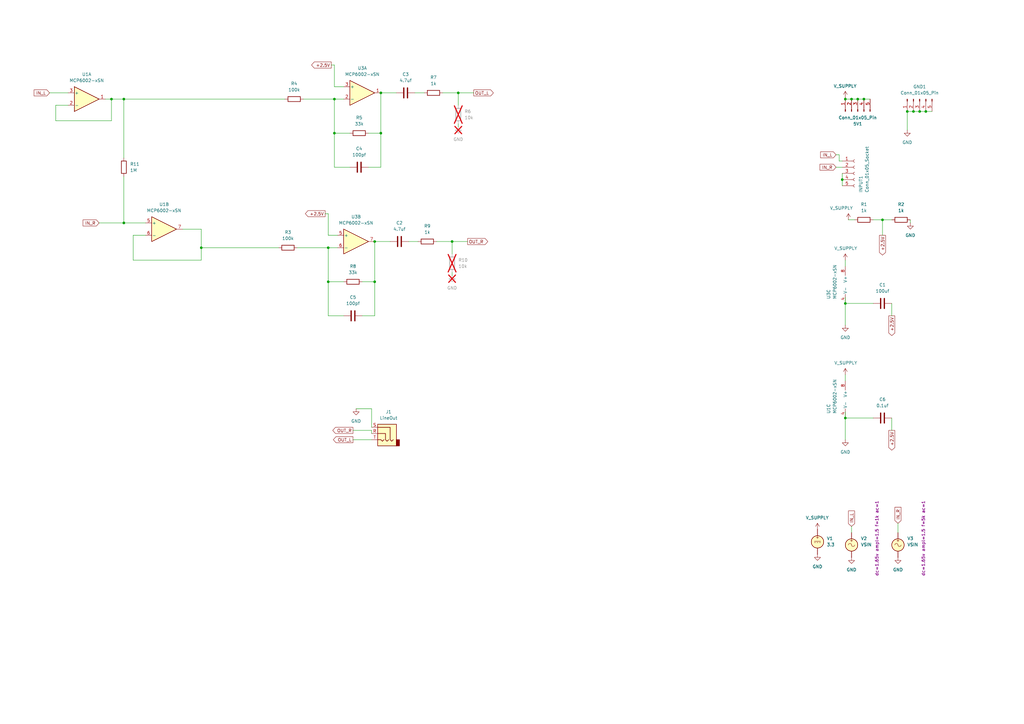
<source format=kicad_sch>
(kicad_sch (version 20231120) (generator "eeschema") (generator_version "8.0")
  (paper "A3")
  (lib_symbols
    (symbol "Amplifier_Operational:MCP6002-xSN" (pin_names (offset 0.127))
      (property "Reference" "U" (at 0 5.08 0))
      (property "Value" "MCP6002-xSN" (at 0 -5.08 0))
      (symbol "MCP6002-xSN_1_1"
        (polyline (pts (xy -5.08 5.08) (xy 5.08 0) (xy -5.08 -5.08) (xy -5.08 5.08)) (stroke (width 0.254)) (fill (type background)))
        (pin output line (at 7.62 0 180) (length 2.54) (name "~") (number "1"))
        (pin input line (at -7.62 -2.54 0) (length 2.54) (name "-") (number "2"))
        (pin input line (at -7.62 2.54 0) (length 2.54) (name "+") (number "3"))
      )
      (symbol "MCP6002-xSN_2_1"
        (polyline (pts (xy -5.08 5.08) (xy 5.08 0) (xy -5.08 -5.08) (xy -5.08 5.08)) (stroke (width 0.254)) (fill (type background)))
        (pin input line (at -7.62 2.54 0) (length 2.54) (name "+") (number "5"))
        (pin input line (at -7.62 -2.54 0) (length 2.54) (name "-") (number "6"))
        (pin output line (at 7.62 0 180) (length 2.54) (name "~") (number "7"))
      )
      (symbol "MCP6002-xSN_3_1"
        (pin power_in line (at -2.54 -7.62 90) (length 3.81) (name "V-") (number "4"))
        (pin power_in line (at -2.54 7.62 270) (length 3.81) (name "V+") (number "8"))
      )
    )
    (symbol "Connector:Conn_01x05_Pin" (pin_names (offset 1.016) hide)
      (property "Reference" "J" (at 0 7.62 0))
      (property "Value" "Conn_01x05_Pin" (at 0 -7.62 0))
      (symbol "Conn_01x05_Pin_1_1"
        (polyline (pts (xy 1.27 -5.08) (xy 0.8636 -5.08)) (stroke (width 0.1524)))
        (polyline (pts (xy 1.27 -2.54) (xy 0.8636 -2.54)) (stroke (width 0.1524)))
        (polyline (pts (xy 1.27 0) (xy 0.8636 0)) (stroke (width 0.1524)))
        (polyline (pts (xy 1.27 2.54) (xy 0.8636 2.54)) (stroke (width 0.1524)))
        (polyline (pts (xy 1.27 5.08) (xy 0.8636 5.08)) (stroke (width 0.1524)))
        (rectangle (start 0.8636 -4.953) (end 0 -5.207) (stroke (width 0.1524)) (fill (type outline)))
        (rectangle (start 0.8636 -2.413) (end 0 -2.667) (stroke (width 0.1524)) (fill (type outline)))
        (rectangle (start 0.8636 0.127) (end 0 -0.127) (stroke (width 0.1524)) (fill (type outline)))
        (rectangle (start 0.8636 2.667) (end 0 2.413) (stroke (width 0.1524)) (fill (type outline)))
        (rectangle (start 0.8636 5.207) (end 0 4.953) (stroke (width 0.1524)) (fill (type outline)))
        (pin passive line (at 5.08 5.08 180) (length 3.81) (name "Pin_1") (number "1"))
        (pin passive line (at 5.08 2.54 180) (length 3.81) (name "Pin_2") (number "2"))
        (pin passive line (at 5.08 0 180) (length 3.81) (name "Pin_3") (number "3"))
        (pin passive line (at 5.08 -2.54 180) (length 3.81) (name "Pin_4") (number "4"))
        (pin passive line (at 5.08 -5.08 180) (length 3.81) (name "Pin_5") (number "5"))
      )
    )
    (symbol "Connector:Conn_01x05_Socket" (pin_names (offset 1.016) hide)
      (property "Reference" "J" (at 0 7.62 0))
      (property "Value" "Conn_01x05_Socket" (at 0 -7.62 0))
      (symbol "Conn_01x05_Socket_1_1"
        (arc (start 0 -4.572) (mid -0.5058 -5.08) (end 0 -5.588) (stroke (width 0.1524)))
        (arc (start 0 -2.032) (mid -0.5058 -2.54) (end 0 -3.048) (stroke (width 0.1524)))
        (polyline (pts (xy -1.27 -5.08) (xy -0.508 -5.08)) (stroke (width 0.1524)))
        (polyline (pts (xy -1.27 -2.54) (xy -0.508 -2.54)) (stroke (width 0.1524)))
        (polyline (pts (xy -1.27 0) (xy -0.508 0)) (stroke (width 0.1524)))
        (polyline (pts (xy -1.27 2.54) (xy -0.508 2.54)) (stroke (width 0.1524)))
        (polyline (pts (xy -1.27 5.08) (xy -0.508 5.08)) (stroke (width 0.1524)))
        (arc (start 0 0.508) (mid -0.5058 0) (end 0 -0.508) (stroke (width 0.1524)))
        (arc (start 0 3.048) (mid -0.5058 2.54) (end 0 2.032) (stroke (width 0.1524)))
        (arc (start 0 5.588) (mid -0.5058 5.08) (end 0 4.572) (stroke (width 0.1524)))
        (pin passive line (at -5.08 5.08 0) (length 3.81) (name "Pin_1") (number "1"))
        (pin passive line (at -5.08 2.54 0) (length 3.81) (name "Pin_2") (number "2"))
        (pin passive line (at -5.08 0 0) (length 3.81) (name "Pin_3") (number "3"))
        (pin passive line (at -5.08 -2.54 0) (length 3.81) (name "Pin_4") (number "4"))
        (pin passive line (at -5.08 -5.08 0) (length 3.81) (name "Pin_5") (number "5"))
      )
    )
    (symbol "Connector_Audio:AudioJack3"
      (property "Reference" "J" (at 0 8.89 0))
      (property "Value" "AudioJack3" (at 0 6.35 0))
      (symbol "AudioJack3_0_1"
        (rectangle (start -5.08 -5.08) (end -6.35 -2.54) (stroke (width 0.254)) (fill (type outline)))
        (polyline (pts (xy 0 -2.54) (xy 0.635 -3.175) (xy 1.27 -2.54) (xy 2.54 -2.54)) (stroke (width 0.254)))
        (polyline (pts (xy -1.905 -2.54) (xy -1.27 -3.175) (xy -0.635 -2.54) (xy -0.635 0) (xy 2.54 0)) (stroke (width 0.254)))
        (polyline (pts (xy 2.54 2.54) (xy -2.54 2.54) (xy -2.54 -2.54) (xy -3.175 -3.175) (xy -3.81 -2.54)) (stroke (width 0.254)))
        (rectangle (start 2.54 3.81) (end -5.08 -5.08) (stroke (width 0.254)) (fill (type background)))
      )
      (symbol "AudioJack3_1_1"
        (pin passive line (at 5.08 0 180) (length 2.54) (name "~") (number "R"))
        (pin passive line (at 5.08 2.54 180) (length 2.54) (name "~") (number "S"))
        (pin passive line (at 5.08 -2.54 180) (length 2.54) (name "~") (number "T"))
      )
    )
    (symbol "Device:C" (pin_numbers hide) (pin_names (offset 0.254))
      (property "Reference" "C" (at 0.635 2.54 0))
      (property "Value" "C" (at 0.635 -2.54 0))
      (symbol "C_0_1"
        (polyline (pts (xy -2.032 -0.762) (xy 2.032 -0.762)) (stroke (width 0.508)))
        (polyline (pts (xy -2.032 0.762) (xy 2.032 0.762)) (stroke (width 0.508)))
      )
      (symbol "C_1_1"
        (pin passive line (at 0 3.81 270) (length 2.794) (name "~") (number "1"))
        (pin passive line (at 0 -3.81 90) (length 2.794) (name "~") (number "2"))
      )
    )
    (symbol "Device:R" (pin_numbers hide) (pin_names (offset 0))
      (property "Reference" "R" (at 2.032 0 90))
      (property "Value" "R" (at 0 0 90))
      (symbol "R_0_1"
        (rectangle (start -1.016 -2.54) (end 1.016 2.54) (stroke (width 0.254)))
      )
      (symbol "R_1_1"
        (pin passive line (at 0 3.81 270) (length 1.27) (name "~") (number "1"))
        (pin passive line (at 0 -3.81 90) (length 1.27) (name "~") (number "2"))
      )
    )
    (symbol "Simulation_SPICE:VDC" (pin_numbers hide) (pin_names (offset 0.0254))
      (property "Reference" "V" (at 2.54 2.54 0))
      (property "Value" "1" (at 2.54 0 0))
      (symbol "VDC_0_0"
        (polyline (pts (xy -1.27 0.254) (xy 1.27 0.254)))
        (polyline (pts (xy -0.762 -0.254) (xy -1.27 -0.254)))
        (polyline (pts (xy 0.254 -0.254) (xy -0.254 -0.254)))
        (polyline (pts (xy 1.27 -0.254) (xy 0.762 -0.254)))
        (text "+" (at 0 1.905 0) (effects (font (size 1.27 1.27))))
      )
      (symbol "VDC_0_1"
        (circle (center 0 0) (radius 2.54) (stroke (width 0.254)) (fill (type background)))
      )
      (symbol "VDC_1_1"
        (pin passive line (at 0 5.08 270) (length 2.54) (name "~") (number "1"))
        (pin passive line (at 0 -5.08 90) (length 2.54) (name "~") (number "2"))
      )
    )
    (symbol "Simulation_SPICE:VSIN" (pin_numbers hide) (pin_names (offset 0.0254))
      (property "Reference" "V" (at 2.54 2.54 0))
      (property "Value" "VSIN" (at 2.54 0 0))
      (property "Sim.Params" "dc=0 ampl=1 f=1k ac=1" (at 2.54 -2.54 0))
      (symbol "VSIN_0_0"
        (arc (start 0 0) (mid -0.635 0.6323) (end -1.27 0))
        (arc (start 0 0) (mid 0.635 -0.6323) (end 1.27 0))
        (text "+" (at 0 1.905 0) (effects (font (size 1.27 1.27))))
      )
      (symbol "VSIN_0_1"
        (circle (center 0 0) (radius 2.54) (stroke (width 0.254)) (fill (type background)))
      )
      (symbol "VSIN_1_1"
        (pin passive line (at 0 5.08 270) (length 2.54) (name "~") (number "1"))
        (pin passive line (at 0 -5.08 90) (length 2.54) (name "~") (number "2"))
      )
    )
    (symbol "power:+5V" (power) (pin_numbers hide) (pin_names (offset 0) hide)
      (property "Value" "+5V" (at 0 3.556 0))
      (symbol "+5V_0_1"
        (polyline (pts (xy -0.762 1.27) (xy 0 2.54)))
        (polyline (pts (xy 0 0) (xy 0 2.54)))
        (polyline (pts (xy 0 2.54) (xy 0.762 1.27)))
      )
      (symbol "+5V_1_1"
        (pin power_in line (at 0 0 90) (length 0) (name "~") (number "1"))
      )
    )
    (symbol "power:GND" (power) (pin_numbers hide) (pin_names (offset 0) hide)
      (property "Value" "GND" (at 0 -3.81 0))
      (symbol "GND_0_1"
        (polyline (pts (xy 0 0) (xy 0 -1.27) (xy 1.27 -1.27) (xy 0 -2.54) (xy -1.27 -1.27) (xy 0 -1.27)))
      )
      (symbol "GND_1_1"
        (pin power_in line (at 0 0 270) (length 0) (name "~") (number "1"))
      )
    )
  )
  (junction (at 156.21 38.1))
  (junction (at 50.8 40.64))
  (junction (at 374.65 45.72))
  (junction (at 361.95 90.17))
  (junction (at 134.62 101.6))
  (junction (at 153.67 99.06))
  (junction (at 379.73 45.72))
  (junction (at 82.55 101.6))
  (junction (at 134.62 115.57))
  (junction (at 137.16 54.61))
  (junction (at 354.33 40.64))
  (junction (at 345.44 73.66))
  (junction (at 346.71 40.64))
  (junction (at 377.19 45.72))
  (junction (at 349.25 40.64))
  (junction (at 346.71 171.45))
  (junction (at 153.67 115.57))
  (junction (at 185.42 99.06))
  (junction (at 137.16 40.64))
  (junction (at 187.96 38.1))
  (junction (at 156.21 54.61))
  (junction (at 45.72 40.64))
  (junction (at 346.71 124.46))
  (junction (at 351.79 40.64))
  (junction (at 372.11 45.72))
  (junction (at 50.8 91.44))
  (wire (pts (xy 82.55 93.98) (xy 82.55 101.6)))
  (wire (pts (xy 185.42 113.03) (xy 185.42 111.76)))
  (wire (pts (xy 156.21 38.1) (xy 162.56 38.1)))
  (wire (pts (xy 346.71 171.45) (xy 346.71 168.91)))
  (wire (pts (xy 54.61 106.68) (xy 54.61 96.52)))
  (wire (pts (xy 50.8 40.64) (xy 116.84 40.64)))
  (wire (pts (xy 187.96 52.07) (xy 187.96 50.8)))
  (wire (pts (xy 50.8 40.64) (xy 50.8 64.77)))
  (wire (pts (xy 156.21 68.58) (xy 156.21 54.61)))
  (wire (pts (xy 345.44 71.12) (xy 345.44 73.66)))
  (wire (pts (xy 346.71 40.005) (xy 346.71 40.64)))
  (wire (pts (xy 346.71 40.64) (xy 346.71 41.275)))
  (wire (pts (xy 137.16 54.61) (xy 137.16 40.64)))
  (wire (pts (xy 347.98 90.17) (xy 350.52 90.17)))
  (wire (pts (xy 344.17 63.5) (xy 344.17 66.04)))
  (wire (pts (xy 134.62 87.63) (xy 134.62 96.52)))
  (wire (pts (xy 40.64 91.44) (xy 50.8 91.44)))
  (wire (pts (xy 156.21 38.1) (xy 156.21 54.61)))
  (wire (pts (xy 187.96 38.1) (xy 187.96 43.18)))
  (wire (pts (xy 152.4 176.53) (xy 152.4 177.8)))
  (wire (pts (xy 345.44 73.66) (xy 345.44 76.2)))
  (wire (pts (xy 134.62 115.57) (xy 134.62 129.54)))
  (wire (pts (xy 156.21 54.61) (xy 151.13 54.61)))
  (wire (pts (xy 153.67 99.06) (xy 160.02 99.06)))
  (wire (pts (xy 82.55 101.6) (xy 82.55 106.68)))
  (wire (pts (xy 74.93 93.98) (xy 82.55 93.98)))
  (wire (pts (xy 356.87 40.64) (xy 354.33 40.64)))
  (wire (pts (xy 148.59 129.54) (xy 153.67 129.54)))
  (wire (pts (xy 82.55 101.6) (xy 114.3 101.6)))
  (wire (pts (xy 187.96 38.1) (xy 194.31 38.1)))
  (wire (pts (xy 143.51 68.58) (xy 137.16 68.58)))
  (wire (pts (xy 358.14 90.17) (xy 361.95 90.17)))
  (wire (pts (xy 346.71 153.67) (xy 346.71 156.21)))
  (wire (pts (xy 342.9 63.5) (xy 344.17 63.5)))
  (wire (pts (xy 379.73 45.72) (xy 382.27 45.72)))
  (wire (pts (xy 137.16 54.61) (xy 137.16 68.58)))
  (wire (pts (xy 22.86 49.53) (xy 22.86 43.18)))
  (wire (pts (xy 137.16 26.67) (xy 137.16 35.56)))
  (wire (pts (xy 133.35 87.63) (xy 134.62 87.63)))
  (wire (pts (xy 342.9 68.58) (xy 345.44 68.58)))
  (wire (pts (xy 346.71 124.46) (xy 346.71 121.92)))
  (wire (pts (xy 54.61 96.52) (xy 59.69 96.52)))
  (wire (pts (xy 372.11 45.72) (xy 374.65 45.72)))
  (wire (pts (xy 167.64 99.06) (xy 171.45 99.06)))
  (wire (pts (xy 140.97 115.57) (xy 134.62 115.57)))
  (wire (pts (xy 185.42 99.06) (xy 191.77 99.06)))
  (wire (pts (xy 82.55 106.68) (xy 54.61 106.68)))
  (wire (pts (xy 152.4 167.64) (xy 146.05 167.64)))
  (wire (pts (xy 372.11 45.72) (xy 372.11 53.34)))
  (wire (pts (xy 50.8 72.39) (xy 50.8 91.44)))
  (wire (pts (xy 346.71 124.46) (xy 358.14 124.46)))
  (wire (pts (xy 153.67 99.06) (xy 153.67 115.57)))
  (wire (pts (xy 153.67 115.57) (xy 148.59 115.57)))
  (wire (pts (xy 346.71 180.34) (xy 346.71 171.45)))
  (wire (pts (xy 354.33 40.64) (xy 351.79 40.64)))
  (wire (pts (xy 144.78 180.34) (xy 152.4 180.34)))
  (wire (pts (xy 349.25 215.9) (xy 349.25 218.44)))
  (wire (pts (xy 170.18 38.1) (xy 173.99 38.1)))
  (wire (pts (xy 346.71 106.68) (xy 346.71 109.22)))
  (wire (pts (xy 377.19 45.72) (xy 379.73 45.72)))
  (wire (pts (xy 349.25 40.64) (xy 346.71 40.64)))
  (wire (pts (xy 361.95 90.17) (xy 365.76 90.17)))
  (wire (pts (xy 351.79 40.64) (xy 349.25 40.64)))
  (wire (pts (xy 45.72 49.53) (xy 22.86 49.53)))
  (wire (pts (xy 134.62 101.6) (xy 138.43 101.6)))
  (wire (pts (xy 124.46 40.64) (xy 137.16 40.64)))
  (wire (pts (xy 22.86 43.18) (xy 27.94 43.18)))
  (wire (pts (xy 134.62 96.52) (xy 138.43 96.52)))
  (wire (pts (xy 143.51 54.61) (xy 137.16 54.61)))
  (wire (pts (xy 45.72 40.64) (xy 50.8 40.64)))
  (wire (pts (xy 45.72 40.64) (xy 45.72 49.53)))
  (wire (pts (xy 144.78 176.53) (xy 152.4 176.53)))
  (wire (pts (xy 140.97 129.54) (xy 134.62 129.54)))
  (wire (pts (xy 181.61 38.1) (xy 187.96 38.1)))
  (wire (pts (xy 50.8 91.44) (xy 59.69 91.44)))
  (wire (pts (xy 185.42 99.06) (xy 185.42 104.14)))
  (wire (pts (xy 121.92 101.6) (xy 134.62 101.6)))
  (wire (pts (xy 368.3 214.63) (xy 368.3 218.44)))
  (wire (pts (xy 135.89 26.67) (xy 137.16 26.67)))
  (wire (pts (xy 346.71 171.45) (xy 358.14 171.45)))
  (wire (pts (xy 361.95 90.17) (xy 361.95 96.52)))
  (wire (pts (xy 179.07 99.06) (xy 185.42 99.06)))
  (wire (pts (xy 365.76 176.53) (xy 365.76 171.45)))
  (wire (pts (xy 373.38 91.44) (xy 373.38 90.17)))
  (wire (pts (xy 151.13 68.58) (xy 156.21 68.58)))
  (wire (pts (xy 137.16 40.64) (xy 140.97 40.64)))
  (wire (pts (xy 20.32 38.1) (xy 27.94 38.1)))
  (wire (pts (xy 43.18 40.64) (xy 45.72 40.64)))
  (wire (pts (xy 365.76 129.54) (xy 365.76 124.46)))
  (wire (pts (xy 346.71 133.35) (xy 346.71 124.46)))
  (wire (pts (xy 134.62 115.57) (xy 134.62 101.6)))
  (wire (pts (xy 152.4 175.26) (xy 152.4 167.64)))
  (wire (pts (xy 344.17 66.04) (xy 345.44 66.04)))
  (wire (pts (xy 137.16 35.56) (xy 140.97 35.56)))
  (wire (pts (xy 374.65 45.72) (xy 377.19 45.72)))
  (wire (pts (xy 153.67 129.54) (xy 153.67 115.57)))
  (global_label "+2.5V" (shape output) (at 135.89 26.67 180) (property "Intersheetrefs" "${INTERSHEET_REFS}" (effects (hide yes))))
  (global_label "OUT_R" (shape output) (at 191.77 99.06 0) (property "Intersheetrefs" "${INTERSHEET_REFS}" (effects (hide yes))))
  (global_label "OUT_L" (shape output) (at 194.31 38.1 0) (property "Intersheetrefs" "${INTERSHEET_REFS}" (effects (hide yes))))
  (global_label "IN_L" (shape input) (at 342.9 63.5 180) (property "Intersheetrefs" "${INTERSHEET_REFS}" (effects (hide yes))))
  (global_label "IN_L" (shape input) (at 20.32 38.1 180) (property "Intersheetrefs" "${INTERSHEET_REFS}" (effects (hide yes))))
  (global_label "+2.5V" (shape output) (at 365.76 129.54 270) (property "Intersheetrefs" "${INTERSHEET_REFS}" (effects (hide yes))))
  (global_label "IN_R" (shape input) (at 342.9 68.58 180) (property "Intersheetrefs" "${INTERSHEET_REFS}" (effects (hide yes))))
  (global_label "IN_R" (shape input) (at 40.64 91.44 180) (property "Intersheetrefs" "${INTERSHEET_REFS}" (effects (hide yes))))
  (global_label "+2.5V" (shape output) (at 133.35 87.63 180) (property "Intersheetrefs" "${INTERSHEET_REFS}" (effects (hide yes))))
  (global_label "IN_R" (shape input) (at 368.3 214.63 90) (property "Intersheetrefs" "${INTERSHEET_REFS}" (effects (hide yes))))
  (global_label "+2.5V" (shape output) (at 361.95 96.52 270) (property "Intersheetrefs" "${INTERSHEET_REFS}" (effects (hide yes))))
  (global_label "OUT_L" (shape output) (at 144.78 180.34 180) (property "Intersheetrefs" "${INTERSHEET_REFS}" (effects (hide yes))))
  (global_label "IN_L" (shape input) (at 349.25 215.9 90) (property "Intersheetrefs" "${INTERSHEET_REFS}" (effects (hide yes))))
  (global_label "+2.5V" (shape output) (at 365.76 176.53 270) (property "Intersheetrefs" "${INTERSHEET_REFS}" (effects (hide yes))))
  (global_label "OUT_R" (shape output) (at 144.78 176.53 180) (property "Intersheetrefs" "${INTERSHEET_REFS}" (effects (hide yes))))
  (symbol (lib_id "power:+5V") (at 347.98 90.17 0) (unit 1)
    (property "Reference" "#PWR02" (effects (hide yes)))
    (property "Value" "V_SUPPLY" (at 340.36 85.344 0) (effects (justify left)))
    (property "Description" "Power symbol creates a global label with name \"+5V\"" (effects (hide yes)))
  )
  (symbol (lib_id "Device:C") (at 163.83 99.06 90) (unit 1)
    (property "Reference" "C2" (at 163.83 91.44 90))
    (property "Value" "4.7uf" (at 163.83 93.98 90))
    (property "Footprint" "Capacitor_SMD:C_0603_1608Metric" (effects (hide yes)))
    (property "Description" "Unpolarized capacitor" (effects (hide yes)))
  )
  (symbol (lib_id "power:GND") (at 187.96 52.07 0) (unit 1) (on_board no) (dnp yes)
    (property "Reference" "#PWR011" (effects (hide yes)))
    (property "Value" "GND" (at 187.96 57.15 0))
    (property "Description" "Power symbol creates a global label with name \"GND\" , ground" (effects (hide yes)))
  )
  (symbol (lib_id "Connector:Conn_01x05_Pin") (at 351.79 45.72 90) (unit 1) (exclude_from_sim yes)
    (property "Reference" "5V1" (at 351.79 50.8 90))
    (property "Value" "Conn_01x05_Pin" (at 351.79 48.26 90))
    (property "Footprint" "Connector_PinHeader_2.54mm:PinHeader_1x05_P2.54mm_Vertical" (effects (hide yes)))
    (property "Description" "Generic connector, single row, 01x05, script generated" (effects (hide yes)))
  )
  (symbol (lib_id "Device:R") (at 50.8 68.58 0) (unit 1)
    (property "Reference" "R11" (at 53.34 67.3099 0) (effects (justify left)))
    (property "Value" "1M" (at 53.34 69.8499 0) (effects (justify left)))
    (property "Footprint" "Resistor_SMD:R_0402_1005Metric" (effects (hide yes)))
    (property "Description" "Resistor" (effects (hide yes)))
  )
  (symbol (lib_id "Device:R") (at 175.26 99.06 270) (unit 1)
    (property "Reference" "R9" (at 175.26 92.71 90))
    (property "Value" "1k" (at 175.26 95.25 90))
    (property "Footprint" "Resistor_SMD:R_0402_1005Metric" (effects (hide yes)))
    (property "Description" "Resistor" (effects (hide yes)))
  )
  (symbol (lib_id "Device:C") (at 166.37 38.1 90) (unit 1)
    (property "Reference" "C3" (at 166.37 30.48 90))
    (property "Value" "4.7uf" (at 166.37 33.02 90))
    (property "Footprint" "Capacitor_SMD:C_0603_1608Metric" (effects (hide yes)))
    (property "Description" "Unpolarized capacitor" (effects (hide yes)))
  )
  (symbol (lib_id "power:+5V") (at 346.71 40.005 0) (unit 1)
    (property "Reference" "#PWR01" (effects (hide yes)))
    (property "Value" "V_SUPPLY" (at 341.884 35.306 0) (effects (justify left)))
    (property "Description" "Power symbol creates a global label with name \"+5V\"" (effects (hide yes)))
  )
  (symbol (lib_id "Device:C") (at 361.95 171.45 90) (unit 1)
    (property "Reference" "C6" (at 361.95 163.83 90))
    (property "Value" "0.1uf" (at 361.95 166.37 90))
    (property "Footprint" "Capacitor_SMD:C_0402_1005Metric" (effects (hide yes)))
    (property "Description" "Unpolarized capacitor" (effects (hide yes)))
  )
  (symbol (lib_id "power:GND") (at 346.71 133.35 0) (unit 1)
    (property "Reference" "#PWR06" (effects (hide yes)))
    (property "Value" "GND" (at 346.71 138.43 0))
    (property "Description" "Power symbol creates a global label with name \"GND\" , ground" (effects (hide yes)))
  )
  (symbol (lib_id "power:GND") (at 372.11 53.34 0) (unit 1)
    (property "Reference" "#PWR05" (effects (hide yes)))
    (property "Value" "GND" (at 372.11 58.42 0))
    (property "Description" "Power symbol creates a global label with name \"GND\" , ground" (effects (hide yes)))
  )
  (symbol (lib_id "Amplifier_Operational:MCP6002-xSN") (at 148.59 38.1 0) (unit 1)
    (property "Reference" "U3" (at 148.59 27.94 0))
    (property "Value" "MCP6002-xSN" (at 148.59 30.48 0))
    (property "Footprint" "Package_SO:SOIC-8-1EP_3.9x4.9mm_P1.27mm_EP2.29x3mm" (effects (hide yes)))
    (property "Datasheet" "http://ww1.microchip.com/downloads/en/DeviceDoc/21733j.pdf" (effects (hide yes)))
    (property "Description" "1MHz, Low-Power Op Amp, SOIC-8" (effects (hide yes)))
    (property "Sim.Library" "${KICAD8_SYMBOL_DIR}/Simulation_SPICE.sp" (effects (hide yes)))
    (property "Sim.Name" "kicad_builtin_opamp_dual" (effects (hide yes)))
    (property "Sim.Device" "SUBCKT" (effects (hide yes)))
    (property "Sim.Pins" "1=out1 2=in1- 3=in1+ 4=vee 5=in2+ 6=in2- 7=out2 8=vcc" (effects (hide yes)))
  )
  (symbol (lib_id "Connector_Audio:AudioJack3") (at 157.48 177.8 0) (mirror y) (unit 1) (exclude_from_sim yes)
    (property "Reference" "J1" (at 159.385 168.91 0))
    (property "Value" "LineOut" (at 159.385 171.45 0))
    (property "Footprint" "BreadModular_AudioJacks:Jack_3.5mm_QingPu_WQP-PJ366ST_Vertical" (effects (hide yes)))
    (property "Description" "Audio Jack, 3 Poles (Stereo / TRS)" (effects (hide yes)))
  )
  (symbol (lib_id "Device:R") (at 144.78 115.57 270) (unit 1)
    (property "Reference" "R8" (at 144.78 109.22 90))
    (property "Value" "33k" (at 144.78 111.76 90))
    (property "Footprint" "Resistor_SMD:R_0402_1005Metric" (effects (hide yes)))
    (property "Description" "Resistor" (effects (hide yes)))
  )
  (symbol (lib_id "power:GND") (at 373.38 91.44 0) (unit 1)
    (property "Reference" "#PWR03" (effects (hide yes)))
    (property "Value" "GND" (at 373.38 96.52 0))
    (property "Description" "Power symbol creates a global label with name \"GND\" , ground" (effects (hide yes)))
  )
  (symbol (lib_id "Amplifier_Operational:MCP6002-xSN") (at 349.25 163.83 0) (unit 3)
    (property "Reference" "U1" (at 339.852 169.672 90) (effects (justify left)))
    (property "Value" "MCP6002-xSN" (at 342.392 169.672 90) (effects (justify left)))
    (property "Footprint" "Package_SO:SOIC-8-1EP_3.9x4.9mm_P1.27mm_EP2.29x3mm" (effects (hide yes)))
    (property "Datasheet" "http://ww1.microchip.com/downloads/en/DeviceDoc/21733j.pdf" (effects (hide yes)))
    (property "Description" "1MHz, Low-Power Op Amp, SOIC-8" (effects (hide yes)))
    (property "Sim.Library" "${KICAD8_SYMBOL_DIR}/Simulation_SPICE.sp" (effects (hide yes)))
    (property "Sim.Name" "kicad_builtin_opamp_dual" (effects (hide yes)))
    (property "Sim.Device" "SUBCKT" (effects (hide yes)))
    (property "Sim.Pins" "1=out1 2=in1- 3=in1+ 4=vee 5=in2+ 6=in2- 7=out2 8=vcc" (effects (hide yes)))
  )
  (symbol (lib_id "power:GND") (at 346.71 180.34 0) (unit 1)
    (property "Reference" "#PWR015" (effects (hide yes)))
    (property "Value" "GND" (at 346.71 185.42 0))
    (property "Description" "Power symbol creates a global label with name \"GND\" , ground" (effects (hide yes)))
  )
  (symbol (lib_id "Device:R") (at 120.65 40.64 270) (unit 1)
    (property "Reference" "R4" (at 120.65 34.29 90))
    (property "Value" "100k" (at 120.65 36.83 90))
    (property "Footprint" "Resistor_SMD:R_0402_1005Metric" (effects (hide yes)))
    (property "Description" "Resistor" (effects (hide yes)))
  )
  (symbol (lib_id "Device:R") (at 185.42 107.95 180) (unit 1) (on_board no) (dnp yes)
    (property "Reference" "R10" (at 187.96 106.6799 0) (effects (justify right)))
    (property "Value" "10k" (at 187.96 109.2199 0) (effects (justify right)))
    (property "Description" "Resistor" (effects (hide yes)))
  )
  (symbol (lib_id "Device:R") (at 369.57 90.17 90) (unit 1)
    (property "Reference" "R2" (at 369.57 83.82 90))
    (property "Value" "1k" (at 369.57 86.36 90))
    (property "Footprint" "Resistor_SMD:R_0402_1005Metric" (effects (hide yes)))
    (property "Description" "Resistor" (effects (hide yes)))
  )
  (symbol (lib_id "power:+5V") (at 346.71 153.67 0) (unit 1)
    (property "Reference" "#PWR014" (effects (hide yes)))
    (property "Value" "V_SUPPLY" (at 342.138 148.844 0) (effects (justify left)))
    (property "Description" "Power symbol creates a global label with name \"+5V\"" (effects (hide yes)))
  )
  (symbol (lib_id "power:+5V") (at 346.71 106.68 0) (unit 1)
    (property "Reference" "#PWR04" (effects (hide yes)))
    (property "Value" "V_SUPPLY" (at 342.138 101.854 0) (effects (justify left)))
    (property "Description" "Power symbol creates a global label with name \"+5V\"" (effects (hide yes)))
  )
  (symbol (lib_id "Device:C") (at 144.78 129.54 270) (unit 1)
    (property "Reference" "C5" (at 144.78 121.92 90))
    (property "Value" "100pf" (at 144.78 124.46 90))
    (property "Footprint" "Capacitor_SMD:C_0402_1005Metric" (effects (hide yes)))
    (property "Description" "Unpolarized capacitor" (effects (hide yes)))
  )
  (symbol (lib_id "power:GND") (at 368.3 228.6 0) (unit 1)
    (property "Reference" "#PWR013" (effects (hide yes)))
    (property "Value" "GND" (at 368.3 233.68 0))
    (property "Description" "Power symbol creates a global label with name \"GND\" , ground" (effects (hide yes)))
  )
  (symbol (lib_id "Device:R") (at 354.33 90.17 90) (unit 1)
    (property "Reference" "R1" (at 354.33 83.82 90))
    (property "Value" "1k" (at 354.33 86.36 90))
    (property "Footprint" "Resistor_SMD:R_0402_1005Metric" (effects (hide yes)))
    (property "Description" "Resistor" (effects (hide yes)))
  )
  (symbol (lib_id "Simulation_SPICE:VSIN") (at 349.25 223.52 0) (unit 1) (on_board no)
    (property "Reference" "V2" (at 353.06 220.8501 0) (effects (justify left)))
    (property "Value" "VSIN" (at 353.06 223.3901 0) (effects (justify left)))
    (property "Datasheet" "https://ngspice.sourceforge.io/docs/ngspice-html-manual/manual.xhtml#sec_Independent_Sources_for" (effects (hide yes)))
    (property "Description" "Voltage source, sinusoidal" (effects (hide yes)))
    (property "Sim.Pins" "1=+ 2=-" (effects (hide yes)))
    (property "Sim.Params" "dc=1.65v ampl=1.5 f=1k ac=1" (at 359.664 236.22 90) (effects (justify left)))
    (property "Sim.Type" "SIN" (effects (hide yes)))
    (property "Sim.Device" "V" (effects (hide yes)))
  )
  (symbol (lib_id "Simulation_SPICE:VSIN") (at 368.3 223.52 0) (unit 1) (on_board no)
    (property "Reference" "V3" (at 372.11 220.8501 0) (effects (justify left)))
    (property "Value" "VSIN" (at 372.11 223.3901 0) (effects (justify left)))
    (property "Datasheet" "https://ngspice.sourceforge.io/docs/ngspice-html-manual/manual.xhtml#sec_Independent_Sources_for" (effects (hide yes)))
    (property "Description" "Voltage source, sinusoidal" (effects (hide yes)))
    (property "Sim.Pins" "1=+ 2=-" (effects (hide yes)))
    (property "Sim.Params" "dc=1.65v ampl=1.5 f=5k ac=1" (at 378.714 236.22 90) (effects (justify left)))
    (property "Sim.Type" "SIN" (effects (hide yes)))
    (property "Sim.Device" "V" (effects (hide yes)))
  )
  (symbol (lib_id "power:GND") (at 335.28 227.33 0) (unit 1)
    (property "Reference" "#PWR08" (effects (hide yes)))
    (property "Value" "GND" (at 335.28 232.41 0))
    (property "Description" "Power symbol creates a global label with name \"GND\" , ground" (effects (hide yes)))
  )
  (symbol (lib_id "Amplifier_Operational:MCP6002-xSN") (at 349.25 116.84 0) (unit 3)
    (property "Reference" "U3" (at 339.852 122.682 90) (effects (justify left)))
    (property "Value" "MCP6002-xSN" (at 342.392 122.682 90) (effects (justify left)))
    (property "Footprint" "Package_SO:SOIC-8-1EP_3.9x4.9mm_P1.27mm_EP2.29x3mm" (effects (hide yes)))
    (property "Datasheet" "http://ww1.microchip.com/downloads/en/DeviceDoc/21733j.pdf" (effects (hide yes)))
    (property "Description" "1MHz, Low-Power Op Amp, SOIC-8" (effects (hide yes)))
    (property "Sim.Library" "${KICAD8_SYMBOL_DIR}/Simulation_SPICE.sp" (effects (hide yes)))
    (property "Sim.Name" "kicad_builtin_opamp_dual" (effects (hide yes)))
    (property "Sim.Device" "SUBCKT" (effects (hide yes)))
    (property "Sim.Pins" "1=out1 2=in1- 3=in1+ 4=vee 5=in2+ 6=in2- 7=out2 8=vcc" (effects (hide yes)))
  )
  (symbol (lib_id "Device:R") (at 187.96 46.99 180) (unit 1) (on_board no) (dnp yes)
    (property "Reference" "R6" (at 190.5 45.7199 0) (effects (justify right)))
    (property "Value" "10k" (at 190.5 48.2599 0) (effects (justify right)))
    (property "Description" "Resistor" (effects (hide yes)))
  )
  (symbol (lib_id "power:+5V") (at 335.28 217.17 0) (unit 1)
    (property "Reference" "#PWR09" (effects (hide yes)))
    (property "Value" "V_SUPPLY" (at 330.454 212.344 0) (effects (justify left)))
    (property "Description" "Power symbol creates a global label with name \"+5V\"" (effects (hide yes)))
  )
  (symbol (lib_id "power:GND") (at 349.25 228.6 0) (unit 1)
    (property "Reference" "#PWR010" (effects (hide yes)))
    (property "Value" "GND" (at 349.25 233.68 0))
    (property "Description" "Power symbol creates a global label with name \"GND\" , ground" (effects (hide yes)))
  )
  (symbol (lib_id "Amplifier_Operational:MCP6002-xSN") (at 67.31 93.98 0) (unit 2)
    (property "Reference" "U1" (at 67.31 83.82 0))
    (property "Value" "MCP6002-xSN" (at 67.31 86.36 0))
    (property "Footprint" "Package_SO:SOIC-8-1EP_3.9x4.9mm_P1.27mm_EP2.29x3mm" (effects (hide yes)))
    (property "Datasheet" "http://ww1.microchip.com/downloads/en/DeviceDoc/21733j.pdf" (effects (hide yes)))
    (property "Description" "1MHz, Low-Power Op Amp, SOIC-8" (effects (hide yes)))
    (property "Sim.Library" "${KICAD8_SYMBOL_DIR}/Simulation_SPICE.sp" (effects (hide yes)))
    (property "Sim.Name" "kicad_builtin_opamp_dual" (effects (hide yes)))
    (property "Sim.Device" "SUBCKT" (effects (hide yes)))
    (property "Sim.Pins" "1=out1 2=in1- 3=in1+ 4=vee 5=in2+ 6=in2- 7=out2 8=vcc" (effects (hide yes)))
  )
  (symbol (lib_id "power:GND") (at 146.05 167.64 0) (unit 1)
    (property "Reference" "#PWR012" (effects (hide yes)))
    (property "Value" "GND" (at 146.05 172.72 0))
    (property "Description" "Power symbol creates a global label with name \"GND\" , ground" (effects (hide yes)))
  )
  (symbol (lib_id "Connector:Conn_01x05_Socket") (at 350.52 71.12 0) (unit 1) (exclude_from_sim yes)
    (property "Reference" "INPUT1" (at 353.06 78.994 90) (effects (justify left)))
    (property "Value" "Conn_01x05_Socket" (at 355.6 78.994 90) (effects (justify left)))
    (property "Footprint" "Connector_PinSocket_2.54mm:PinSocket_1x05_P2.54mm_Vertical" (effects (hide yes)))
    (property "Description" "Generic connector, single row, 01x05, script generated" (effects (hide yes)))
  )
  (symbol (lib_id "Device:R") (at 118.11 101.6 270) (unit 1)
    (property "Reference" "R3" (at 118.11 95.25 90))
    (property "Value" "100k" (at 118.11 97.79 90))
    (property "Footprint" "Resistor_SMD:R_0402_1005Metric" (effects (hide yes)))
    (property "Description" "Resistor" (effects (hide yes)))
  )
  (symbol (lib_id "Simulation_SPICE:VDC") (at 335.28 222.25 0) (unit 1) (on_board no)
    (property "Reference" "V1" (at 339.09 220.8501 0) (effects (justify left)))
    (property "Value" "3.3" (at 339.09 223.3901 0) (effects (justify left)))
    (property "Datasheet" "https://ngspice.sourceforge.io/docs/ngspice-html-manual/manual.xhtml#sec_Independent_Sources_for" (effects (hide yes)))
    (property "Description" "Voltage source, DC" (effects (hide yes)))
    (property "Sim.Pins" "1=+ 2=-" (effects (hide yes)))
    (property "Sim.Type" "DC" (effects (hide yes)))
    (property "Sim.Device" "V" (effects (hide yes)))
  )
  (symbol (lib_id "power:GND") (at 185.42 113.03 0) (unit 1) (on_board no) (dnp yes)
    (property "Reference" "#PWR07" (effects (hide yes)))
    (property "Value" "GND" (at 185.42 118.11 0))
    (property "Description" "Power symbol creates a global label with name \"GND\" , ground" (effects (hide yes)))
  )
  (symbol (lib_id "Device:R") (at 177.8 38.1 270) (unit 1)
    (property "Reference" "R7" (at 177.8 31.75 90))
    (property "Value" "1k" (at 177.8 34.29 90))
    (property "Footprint" "Resistor_SMD:R_0402_1005Metric" (effects (hide yes)))
    (property "Description" "Resistor" (effects (hide yes)))
  )
  (symbol (lib_id "Device:C") (at 147.32 68.58 270) (unit 1)
    (property "Reference" "C4" (at 147.32 60.96 90))
    (property "Value" "100pf" (at 147.32 63.5 90))
    (property "Footprint" "Capacitor_SMD:C_0402_1005Metric" (effects (hide yes)))
    (property "Description" "Unpolarized capacitor" (effects (hide yes)))
  )
  (symbol (lib_id "Amplifier_Operational:MCP6002-xSN") (at 35.56 40.64 0) (unit 1)
    (property "Reference" "U1" (at 35.56 30.48 0))
    (property "Value" "MCP6002-xSN" (at 35.56 33.02 0))
    (property "Footprint" "Package_SO:SOIC-8-1EP_3.9x4.9mm_P1.27mm_EP2.29x3mm" (effects (hide yes)))
    (property "Datasheet" "http://ww1.microchip.com/downloads/en/DeviceDoc/21733j.pdf" (effects (hide yes)))
    (property "Description" "1MHz, Low-Power Op Amp, SOIC-8" (effects (hide yes)))
    (property "Sim.Library" "${KICAD8_SYMBOL_DIR}/Simulation_SPICE.sp" (effects (hide yes)))
    (property "Sim.Name" "kicad_builtin_opamp_dual" (effects (hide yes)))
    (property "Sim.Device" "SUBCKT" (effects (hide yes)))
    (property "Sim.Pins" "1=out1 2=in1- 3=in1+ 4=vee 5=in2+ 6=in2- 7=out2 8=vcc" (effects (hide yes)))
  )
  (symbol (lib_id "Device:C") (at 361.95 124.46 90) (unit 1)
    (property "Reference" "C1" (at 361.95 116.84 90))
    (property "Value" "100uf" (at 361.95 119.38 90))
    (property "Footprint" "Capacitor_SMD:C_1206_3216Metric" (effects (hide yes)))
    (property "Description" "Unpolarized capacitor" (effects (hide yes)))
  )
  (symbol (lib_id "Connector:Conn_01x05_Pin") (at 377.19 40.64 90) (mirror x) (unit 1) (exclude_from_sim yes)
    (property "Reference" "GND1" (at 377.19 35.56 90))
    (property "Value" "Conn_01x05_Pin" (at 377.19 38.1 90))
    (property "Footprint" "Connector_PinHeader_2.54mm:PinHeader_1x05_P2.54mm_Vertical" (effects (hide yes)))
    (property "Description" "Generic connector, single row, 01x05, script generated" (effects (hide yes)))
  )
  (symbol (lib_id "Amplifier_Operational:MCP6002-xSN") (at 146.05 99.06 0) (unit 2)
    (property "Reference" "U3" (at 146.05 88.9 0))
    (property "Value" "MCP6002-xSN" (at 146.05 91.44 0))
    (property "Footprint" "Package_SO:SOIC-8-1EP_3.9x4.9mm_P1.27mm_EP2.29x3mm" (effects (hide yes)))
    (property "Datasheet" "http://ww1.microchip.com/downloads/en/DeviceDoc/21733j.pdf" (effects (hide yes)))
    (property "Description" "1MHz, Low-Power Op Amp, SOIC-8" (effects (hide yes)))
    (property "Sim.Library" "${KICAD8_SYMBOL_DIR}/Simulation_SPICE.sp" (effects (hide yes)))
    (property "Sim.Name" "kicad_builtin_opamp_dual" (effects (hide yes)))
    (property "Sim.Device" "SUBCKT" (effects (hide yes)))
    (property "Sim.Pins" "1=out1 2=in1- 3=in1+ 4=vee 5=in2+ 6=in2- 7=out2 8=vcc" (effects (hide yes)))
  )
  (symbol (lib_id "Device:R") (at 147.32 54.61 270) (unit 1)
    (property "Reference" "R5" (at 147.32 48.26 90))
    (property "Value" "33k" (at 147.32 50.8 90))
    (property "Footprint" "Resistor_SMD:R_0402_1005Metric" (effects (hide yes)))
    (property "Description" "Resistor" (effects (hide yes)))
  )
)
</source>
